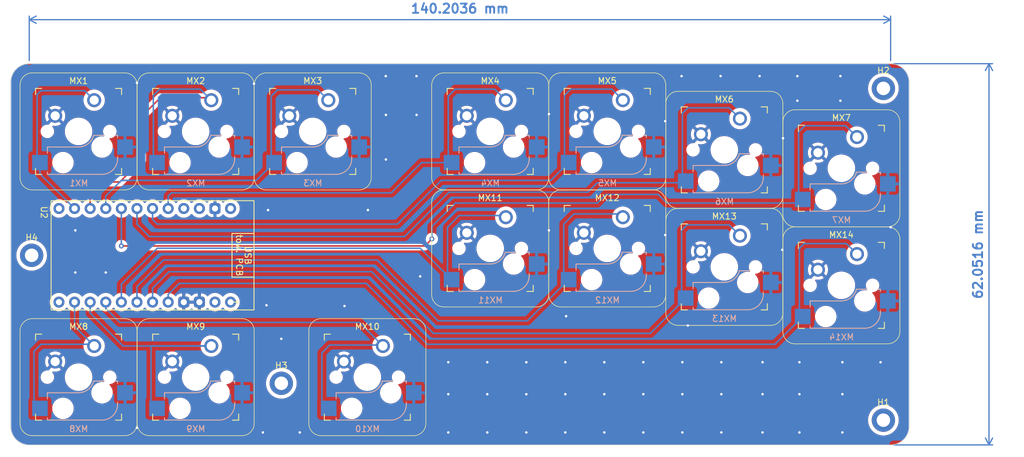
<source format=kicad_pcb>
(kicad_pcb (version 20221018) (generator pcbnew)
  (layers (0 "F.Cu" signal) (31 "B.Cu" signal) (34 "B.Paste" user) (35 "F.Paste" user) (36 "B.SilkS" user "B.Silkscreen") (37 "F.SilkS" user "F.Silkscreen") (38 "B.Mask" user) (39 "F.Mask" user) (44 "Edge.Cuts" user))
  (net 0 "")
  (net 1 "MX1")
  (net 2 "GND")
  (net 3 "MX2")
  (net 4 "MX3")
  (net 5 "MX4")
  (net 6 "MX5")
  (net 7 "MX7")
  (net 8 "MX8")
  (net 9 "MX9")
  (net 10 "MX10")
  (net 11 "MX11")
  (net 12 "MX12")
  (net 13 "MX13")
  (net 14 "MX14")
  (net 22 "MX6")
  (footprint "MountingHole:MountingHole_2.2mm_M2_DIN965_Pad" (layer "F.Cu") (at 78.359 74.168)
    (fp_text reference "H4" (at 0 -2.9) (layer "F.SilkS"))
    (fp_text value "MountingHole")
    (pad "1" thru_hole circle (at 0 0) (size 3.8 3.8) (drill 2.2) (layers "*.Cu" "*.Mask"))
  )
  (footprint "MountingHole:MountingHole_2.2mm_M2_DIN965_Pad" (layer "F.Cu") (at 217 47)
    (fp_text reference "H2" (at 0 -2.9) (layer "F.SilkS"))
    (fp_text value "MountingHole")
    (pad "1" thru_hole circle (at 0 0) (size 3.8 3.8) (drill 2.2) (layers "*.Cu" "*.Mask"))
  )
  (footprint "PCM_marbastlib-xp-promicroish:ProMicro_USBdn" (layer "F.Cu") (at 96.774 74.168 -90)
    (fp_text reference "U2" (at -7 16.4 -90 unlocked) (layer "F.SilkS"))
    (fp_text value "ProMicro")
    (fp_text user "USB" (at 0 -16.2 -90 unlocked) (layer "F.SilkS") (effects (justify bottom)))
    (fp_text user "tow. PCB" (at 0 -14.8 -90 unlocked) (layer "F.SilkS") (effects (justify bottom)))
    (fp_text user "1" (at 7.62 -15.17 90) (layer "F.SilkS") (effects (justify bottom)))
    (pad "1" thru_hole circle (at 7.62 -13.97 270) (size 1.8 1.8) (drill 1) (layers "*.Cu" "B.Mask"))
    (pad "2" thru_hole circle (at 7.62 -11.43 270) (size 1.8 1.8) (drill 1) (layers "*.Cu" "B.Mask"))
    (pad "3" thru_hole roundrect (at 7.62 -8.89 270) (size 1.8 1.8) (drill 1) (layers "*.Cu" "B.Mask") (net 2 "GND"))
    (pad "4" thru_hole roundrect (at 7.62 -6.35 270) (size 1.8 1.8) (drill 1) (layers "*.Cu" "B.Mask") (net 2 "GND"))
    (pad "5" thru_hole circle (at 7.62 -3.81 270) (size 1.8 1.8) (drill 1) (layers "*.Cu" "B.Mask") (net 14 "MX14"))
    (pad "6" thru_hole circle (at 7.62 -1.27 270) (size 1.8 1.8) (drill 1) (layers "*.Cu" "B.Mask") (net 13 "MX13"))
    (pad "7" thru_hole circle (at 7.62 1.27 270) (size 1.8 1.8) (drill 1) (layers "*.Cu" "B.Mask") (net 12 "MX12"))
    (pad "8" thru_hole circle (at 7.62 3.81 270) (size 1.8 1.8) (drill 1) (layers "*.Cu" "B.Mask") (net 11 "MX11"))
    (pad "9" thru_hole circle (at 7.62 6.35 270) (size 1.8 1.8) (drill 1) (layers "*.Cu" "B.Mask") (net 10 "MX10"))
    (pad "10" thru_hole circle (at 7.62 8.89 270) (size 1.8 1.8) (drill 1) (layers "*.Cu" "B.Mask") (net 9 "MX9"))
    (pad "11" thru_hole circle (at 7.62 11.43 270) (size 1.8 1.8) (drill 1) (layers "*.Cu" "B.Mask") (net 8 "MX8"))
    (pad "12" thru_hole circle (at 7.62 13.97 270) (size 1.8 1.8) (drill 1) (layers "*.Cu" "B.Mask"))
    (pad "13" thru_hole circle (at -7.62 -13.97 270) (size 1.8 1.8) (drill 1) (layers "*.Cu" "B.Mask"))
    (pad "14" thru_hole roundrect (at -7.62 -11.43 270) (size 1.8 1.8) (drill 1) (layers "*.Cu" "B.Mask") (net 2 "GND"))
    (pad "15" thru_hole circle (at -7.62 -8.89 270) (size 1.8 1.8) (drill 1) (layers "*.Cu" "B.Mask"))
    (pad "16" thru_hole circle (at -7.62 -6.35 270) (size 1.8 1.8) (drill 1) (layers "*.Cu" "B.Mask"))
    (pad "17" thru_hole circle (at -7.62 -3.81 270) (size 1.8 1.8) (drill 1) (layers "*.Cu" "B.Mask") (net 5 "MX4"))
    (pad "18" thru_hole circle (at -7.62 -1.27 270) (size 1.8 1.8) (drill 1) (layers "*.Cu" "B.Mask") (net 6 "MX5"))
    (pad "19" thru_hole circle (at -7.62 1.27 270) (size 1.8 1.8) (drill 1) (layers "*.Cu" "B.Mask") (net 22 "MX6"))
    (pad "20" thru_hole circle (at -7.62 3.81 270) (size 1.8 1.8) (drill 1) (layers "*.Cu" "B.Mask") (net 7 "MX7"))
    (pad "21" thru_hole circle (at -7.62 6.35 270) (size 1.8 1.8) (drill 1) (layers "*.Cu" "B.Mask") (net 4 "MX3"))
    (pad "22" thru_hole circle (at -7.62 8.89 270) (size 1.8 1.8) (drill 1) (layers "*.Cu" "B.Mask") (net 3 "MX2"))
    (pad "23" thru_hole circle (at -7.62 11.43 270) (size 1.8 1.8) (drill 1) (layers "*.Cu" "B.Mask") (net 1 "MX1"))
    (pad "24" thru_hole circle (at -7.62 13.97 270) (size 1.8 1.8) (drill 1) (layers "*.Cu" "B.Mask"))
  )
  (footprint "MountingHole:MountingHole_2.2mm_M2_DIN965_Pad" (layer "F.Cu") (at 119 95)
    (fp_text reference "H3" (at 0 -2.9) (layer "F.SilkS"))
    (fp_text value "MountingHole")
    (pad "1" thru_hole circle (at 0 0) (size 3.8 3.8) (drill 2.2) (layers "*.Cu" "*.Mask"))
  )
  (footprint "Fight Stick 2:MX_optional" (layer "F.Cu") (at 210.157835 79.050995)
    (fp_text reference "MX14" (at 0 -8.225) (layer "F.SilkS"))
    (fp_text value "MX_SW_HS")
    (fp_text user "${REFERENCE}" (at 0.025 8.425) (layer "B.SilkS") (effects (justify mirror)))
    (pad "" np_thru_hole circle (at -5.08 0) (size 1.7018 1.7018) (drill 1.7018) (layers "*.Cu" "*.Mask"))
    (pad "" np_thru_hole circle (at -2.54 5.08) (size 3 3) (drill 3) (layers "*.Cu" "*.Mask"))
    (pad "" np_thru_hole circle (at 0 0) (size 3.9878 3.9878) (drill 3.9878) (layers "*.Cu" "*.Mask"))
    (pad "" np_thru_hole circle (at 3.81 2.54) (size 3 3) (drill 3) (layers "*.Cu" "*.Mask"))
    (pad "" np_thru_hole circle (at 5.08 0) (size 1.7018 1.7018) (drill 1.7018) (layers "*.Cu" "*.Mask"))
    (pad "1" smd rect (at -6.29 5.08) (size 2.55 2.5) (layers "B.Cu" "B.Paste" "B.Mask") (net 14 "MX14"))
    (pad "1" thru_hole circle (at 2.54 -5.08) (size 2.286 2.286) (drill 1.4986) (layers "*.Cu" "*.Mask") (net 14 "MX14"))
    (pad "2" thru_hole circle (at -3.81 -2.54) (size 2.286 2.286) (drill 1.4986) (layers "*.Cu" "*.Mask") (net 2 "GND"))
    (pad "2" smd rect (at 7.56 2.54) (size 2.55 2.5) (layers "B.Cu" "B.Paste" "B.Mask") (net 2 "GND"))
  )
  (footprint "MountingHole:MountingHole_2.2mm_M2_DIN965_Pad" (layer "F.Cu") (at 217 101)
    (fp_text reference "H1" (at 0 -2.9) (layer "F.SilkS"))
    (fp_text value "MountingHole")
    (pad "1" thru_hole circle (at 0 0) (size 3.8 3.8) (drill 2.2) (layers "*.Cu" "*.Mask"))
  )
  (footprint "Fight Stick 2:MX_optional" (layer "F.Cu") (at 191.10569 57)
    (fp_text reference "MX6" (at 0 -8.225) (layer "F.SilkS"))
    (fp_text value "MX_SW_HS")
    (fp_text user "${REFERENCE}" (at 0.025 8.425) (layer "B.SilkS") (effects (justify mirror)))
    (pad "" np_thru_hole circle (at -5.08 0) (size 1.7018 1.7018) (drill 1.7018) (layers "*.Cu" "*.Mask"))
    (pad "" np_thru_hole circle (at -2.54 5.08) (size 3 3) (drill 3) (layers "*.Cu" "*.Mask"))
    (pad "" np_thru_hole circle (at 0 0) (size 3.9878 3.9878) (drill 3.9878) (layers "*.Cu" "*.Mask"))
    (pad "" np_thru_hole circle (at 3.81 2.54) (size 3 3) (drill 3) (layers "*.Cu" "*.Mask"))
    (pad "" np_thru_hole circle (at 5.08 0) (size 1.7018 1.7018) (drill 1.7018) (layers "*.Cu" "*.Mask"))
    (pad "1" smd rect (at -6.29 5.08) (size 2.55 2.5) (layers "B.Cu" "B.Paste" "B.Mask") (net 22 "MX6"))
    (pad "1" thru_hole circle (at 2.54 -5.08) (size 2.286 2.286) (drill 1.4986) (layers "*.Cu" "*.Mask") (net 22 "MX6"))
    (pad "2" thru_hole circle (at -3.81 -2.54) (size 2.286 2.286) (drill 1.4986) (layers "*.Cu" "*.Mask") (net 2 "GND"))
    (pad "2" smd rect (at 7.56 2.54) (size 2.55 2.5) (layers "B.Cu" "B.Paste" "B.Mask") (net 2 "GND"))
  )
  (footprint "Fight Stick 2:MX_optional" (layer "F.Cu") (at 172.053545 53.990872)
    (fp_text reference "MX5" (at 0 -8.225) (layer "F.SilkS"))
    (fp_text value "MX_SW_HS")
    (fp_text user "${REFERENCE}" (at 0.025 8.425) (layer "B.SilkS") (effects (justify mirror)))
    (pad "" np_thru_hole circle (at -5.08 0) (size 1.7018 1.7018) (drill 1.7018) (layers "*.Cu" "*.Mask"))
    (pad "" np_thru_hole circle (at -2.54 5.08) (size 3 3) (drill 3) (layers "*.Cu" "*.Mask"))
    (pad "" np_thru_hole circle (at 0 0) (size 3.9878 3.9878) (drill 3.9878) (layers "*.Cu" "*.Mask"))
    (pad "" np_thru_hole circle (at 3.81 2.54) (size 3 3) (drill 3) (layers "*.Cu" "*.Mask"))
    (pad "" np_thru_hole circle (at 5.08 0) (size 1.7018 1.7018) (drill 1.7018) (layers "*.Cu" "*.Mask"))
    (pad "1" smd rect (at -6.29 5.08) (size 2.55 2.5) (layers "B.Cu" "B.Paste" "B.Mask") (net 6 "MX5"))
    (pad "1" thru_hole circle (at 2.54 -5.08) (size 2.286 2.286) (drill 1.4986) (layers "*.Cu" "*.Mask") (net 6 "MX5"))
    (pad "2" thru_hole circle (at -3.81 -2.54) (size 2.286 2.286) (drill 1.4986) (layers "*.Cu" "*.Mask") (net 2 "GND"))
    (pad "2" smd rect (at 7.56 2.54) (size 2.55 2.5) (layers "B.Cu" "B.Paste" "B.Mask") (net 2 "GND"))
  )
  (footprint "Fight Stick 2:MX_optional" (layer "F.Cu") (at 210.157835 60)
    (fp_text reference "MX7" (at 0 -8.225) (layer "F.SilkS"))
    (fp_text value "MX_SW_HS")
    (fp_text user "${REFERENCE}" (at 0.025 8.425) (layer "B.SilkS") (effects (justify mirror)))
    (pad "" np_thru_hole circle (at -5.08 0) (size 1.7018 1.7018) (drill 1.7018) (layers "*.Cu" "*.Mask"))
    (pad "" np_thru_hole circle (at -2.54 5.08) (size 3 3) (drill 3) (layers "*.Cu" "*.Mask"))
    (pad "" np_thru_hole circle (at 0 0) (size 3.9878 3.9878) (drill 3.9878) (layers "*.Cu" "*.Mask"))
    (pad "" np_thru_hole circle (at 3.81 2.54) (size 3 3) (drill 3) (layers "*.Cu" "*.Mask"))
    (pad "" np_thru_hole circle (at 5.08 0) (size 1.7018 1.7018) (drill 1.7018) (layers "*.Cu" "*.Mask"))
    (pad "1" smd rect (at -6.29 5.08) (size 2.55 2.5) (layers "B.Cu" "B.Paste" "B.Mask") (net 7 "MX7"))
    (pad "1" thru_hole circle (at 2.54 -5.08) (size 2.286 2.286) (drill 1.4986) (layers "*.Cu" "*.Mask") (net 7 "MX7"))
    (pad "2" thru_hole circle (at -3.81 -2.54) (size 2.286 2.286) (drill 1.4986) (layers "*.Cu" "*.Mask") (net 2 "GND"))
    (pad "2" smd rect (at 7.56 2.54) (size 2.55 2.5) (layers "B.Cu" "B.Paste" "B.Mask") (net 2 "GND"))
  )
  (footprint "Fight Stick 2:MX_optional" (layer "F.Cu") (at 86 54)
    (fp_text reference "MX1" (at 0 -8.225) (layer "F.SilkS"))
    (fp_text value "MX_SW_HS")
    (fp_text user "${REFERENCE}" (at 0.025 8.425) (layer "B.SilkS") (effects (justify mirror)))
    (pad "" np_thru_hole circle (at -5.08 0) (size 1.7018 1.7018) (drill 1.7018) (layers "*.Cu" "*.Mask"))
    (pad "" np_thru_hole circle (at -2.54 5.08) (size 3 3) (drill 3) (layers "*.Cu" "*.Mask"))
    (pad "" np_thru_hole circle (at 0 0) (size 3.9878 3.9878) (drill 3.9878) (layers "*.Cu" "*.Mask"))
    (pad "" np_thru_hole circle (at 3.81 2.54) (size 3 3) (drill 3) (layers "*.Cu" "*.Mask"))
    (pad "" np_thru_hole circle (at 5.08 0) (size 1.7018 1.7018) (drill 1.7018) (layers "*.Cu" "*.Mask"))
    (pad "1" smd rect (at -6.29 5.08) (size 2.55 2.5) (layers "B.Cu" "B.Paste" "B.Mask") (net 1 "MX1"))
    (pad "1" thru_hole circle (at 2.54 -5.08) (size 2.286 2.286) (drill 1.4986) (layers "*.Cu" "*.Mask") (net 1 "MX1"))
    (pad "2" thru_hole circle (at -3.81 -2.54) (size 2.286 2.286) (drill 1.4986) (layers "*.Cu" "*.Mask") (net 2 "GND"))
    (pad "2" smd rect (at 7.56 2.54) (size 2.55 2.5) (layers "B.Cu" "B.Paste" "B.Mask") (net 2 "GND"))
  )
  (footprint "Fight Stick 2:MX_optional" (layer "F.Cu") (at 124.110687 54)
    (fp_text reference "MX3" (at 0 -8.225) (layer "F.SilkS"))
    (fp_text value "MX_SW_HS")
    (fp_text user "${REFERENCE}" (at 0.025 8.425) (layer "B.SilkS") (effects (justify mirror)))
    (pad "" np_thru_hole circle (at -5.08 0) (size 1.7018 1.7018) (drill 1.7018) (layers "*.Cu" "*.Mask"))
    (pad "" np_thru_hole circle (at -2.54 5.08) (size 3 3) (drill 3) (layers "*.Cu" "*.Mask"))
    (pad "" np_thru_hole circle (at 0 0) (size 3.9878 3.9878) (drill 3.9878) (layers "*.Cu" "*.Mask"))
    (pad "" np_thru_hole circle (at 3.81 2.54) (size 3 3) (drill 3) (layers "*.Cu" "*.Mask"))
    (pad "" np_thru_hole circle (at 5.08 0) (size 1.7018 1.7018) (drill 1.7018) (layers "*.Cu" "*.Mask"))
    (pad "1" smd rect (at -6.29 5.08) (size 2.55 2.5) (layers "B.Cu" "B.Paste" "B.Mask") (net 4 "MX3"))
    (pad "1" thru_hole circle (at 2.54 -5.08) (size 2.286 2.286) (drill 1.4986) (layers "*.Cu" "*.Mask") (net 4 "MX3"))
    (pad "2" thru_hole circle (at -3.81 -2.54) (size 2.286 2.286) (drill 1.4986) (layers "*.Cu" "*.Mask") (net 2 "GND"))
    (pad "2" smd rect (at 7.56 2.54) (size 2.55 2.5) (layers "B.Cu" "B.Paste" "B.Mask") (net 2 "GND"))
  )
  (footprint "Fight Stick 2:MX_optional" (layer "F.Cu") (at 153 73.043303)
    (fp_text reference "MX11" (at 0 -8.225) (layer "F.SilkS"))
    (fp_text value "MX_SW_HS")
    (fp_text user "${REFERENCE}" (at 0.025 8.425) (layer "B.SilkS") (effects (justify mirror)))
    (pad "" np_thru_hole circle (at -5.08 0) (size 1.7018 1.7018) (drill 1.7018) (layers "*.Cu" "*.Mask"))
    (pad "" np_thru_hole circle (at -2.54 5.08) (size 3 3) (drill 3) (layers "*.Cu" "*.Mask"))
    (pad "" np_thru_hole circle (at 0 0) (size 3.9878 3.9878) (drill 3.9878) (layers "*.Cu" "*.Mask"))
    (pad "" np_thru_hole circle (at 3.81 2.54) (size 3 3) (drill 3) (layers "*.Cu" "*.Mask"))
    (pad "" np_thru_hole circle (at 5.08 0) (size 1.7018 1.7018) (drill 1.7018) (layers "*.Cu" "*.Mask"))
    (pad "1" smd rect (at -6.29 5.08) (size 2.55 2.5) (layers "B.Cu" "B.Paste" "B.Mask") (net 11 "MX11"))
    (pad "1" thru_hole circle (at 2.54 -5.08) (size 2.286 2.286) (drill 1.4986) (layers "*.Cu" "*.Mask") (net 11 "MX11"))
    (pad "2" thru_hole circle (at -3.81 -2.54) (size 2.286 2.286) (drill 1.4986) (layers "*.Cu" "*.Mask") (net 2 "GND"))
    (pad "2" smd rect (at 7.56 2.54) (size 2.55 2.5) (layers "B.Cu" "B.Paste" "B.Mask") (net 2 "GND"))
  )
  (footprint "Fight Stick 2:MX_optional" (layer "F.Cu") (at 133 94)
    (fp_text reference "MX10" (at 0 -8.225) (layer "F.SilkS"))
    (fp_text value "MX_SW_HS")
    (fp_text user "${REFERENCE}" (at 0.025 8.425) (layer "B.SilkS") (effects (justify mirror)))
    (pad "" np_thru_hole circle (at -5.08 0) (size 1.7018 1.7018) (drill 1.7018) (layers "*.Cu" "*.Mask"))
    (pad "" np_thru_hole circle (at -2.54 5.08) (size 3 3) (drill 3) (layers "*.Cu" "*.Mask"))
    (pad "" np_thru_hole circle (at 0 0) (size 3.9878 3.9878) (drill 3.9878) (layers "*.Cu" "*.Mask"))
    (pad "" np_thru_hole circle (at 3.81 2.54) (size 3 3) (drill 3) (layers "*.Cu" "*.Mask"))
    (pad "" np_thru_hole circle (at 5.08 0) (size 1.7018 1.7018) (drill 1.7018) (layers "*.Cu" "*.Mask"))
    (pad "1" smd rect (at -6.29 5.08) (size 2.55 2.5) (layers "B.Cu" "B.Paste" "B.Mask") (net 10 "MX10"))
    (pad "1" thru_hole circle (at 2.54 -5.08) (size 2.286 2.286) (drill 1.4986) (layers "*.Cu" "*.Mask") (net 10 "MX10"))
    (pad "2" thru_hole circle (at -3.81 -2.54) (size 2.286 2.286) (drill 1.4986) (layers "*.Cu" "*.Mask") (net 2 "GND"))
    (pad "2" smd rect (at 7.56 2.54) (size 2.55 2.5) (layers "B.Cu" "B.Paste" "B.Mask") (net 2 "GND"))
  )
  (footprint "Fight Stick 2:MX_optional" (layer "F.Cu") (at 172.053545 73.043017)
    (fp_text reference "MX12" (at 0 -8.225) (layer "F.SilkS"))
    (fp_text value "MX_SW_HS")
    (fp_text user "${REFERENCE}" (at 0.025 8.425) (layer "B.SilkS") (effects (justify mirror)))
    (pad "" np_thru_hole circle (at -5.08 0) (size 1.7018 1.7018) (drill 1.7018) (layers "*.Cu" "*.Mask"))
    (pad "" np_thru_hole circle (at -2.54 5.08) (size 3 3) (drill 3) (layers "*.Cu" "*.Mask"))
    (pad "" np_thru_hole circle (at 0 0) (size 3.9878 3.9878) (drill 3.9878) (layers "*.Cu" "*.Mask"))
    (pad "" np_thru_hole circle (at 3.81 2.54) (size 3 3) (drill 3) (layers "*.Cu" "*.Mask"))
    (pad "" np_thru_hole circle (at 5.08 0) (size 1.7018 1.7018) (drill 1.7018) (layers "*.Cu" "*.Mask"))
    (pad "1" smd rect (at -6.29 5.08) (size 2.55 2.5) (layers "B.Cu" "B.Paste" "B.Mask") (net 12 "MX12"))
    (pad "1" thru_hole circle (at 2.54 -5.08) (size 2.286 2.286) (drill 1.4986) (layers "*.Cu" "*.Mask") (net 12 "MX12"))
    (pad "2" thru_hole circle (at -3.81 -2.54) (size 2.286 2.286) (drill 1.4986) (layers "*.Cu" "*.Mask") (net 2 "GND"))
    (pad "2" smd rect (at 7.56 2.54) (size 2.55 2.5) (layers "B.Cu" "B.Paste" "B.Mask") (net 2 "GND"))
  )
  (footprint "Fight Stick 2:MX_optional" (layer "F.Cu") (at 86 94)
    (fp_text reference "MX8" (at 0 -8.225) (layer "F.SilkS"))
    (fp_text value "MX_SW_HS")
    (fp_text user "${REFERENCE}" (at 0.025 8.425) (layer "B.SilkS") (effects (justify mirror)))
    (pad "" np_thru_hole circle (at -5.08 0) (size 1.7018 1.7018) (drill 1.7018) (layers "*.Cu" "*.Mask"))
    (pad "" np_thru_hole circle (at -2.54 5.08) (size 3 3) (drill 3) (layers "*.Cu" "*.Mask"))
    (pad "" np_thru_hole circle (at 0 0) (size 3.9878 3.9878) (drill 3.9878) (layers "*.Cu" "*.Mask"))
    (pad "" np_thru_hole circle (at 3.81 2.54) (size 3 3) (drill 3) (layers "*.Cu" "*.Mask"))
    (pad "" np_thru_hole circle (at 5.08 0) (size 1.7018 1.7018) (drill 1.7018) (layers "*.Cu" "*.Mask"))
    (pad "1" smd rect (at -6.29 5.08) (size 2.55 2.5) (layers "B.Cu" "B.Paste" "B.Mask") (net 8 "MX8"))
    (pad "1" thru_hole circle (at 2.54 -5.08) (size 2.286 2.286) (drill 1.4986) (layers "*.Cu" "*.Mask") (net 8 "MX8"))
    (pad "2" thru_hole circle (at -3.81 -2.54) (size 2.286 2.286) (drill 1.4986) (layers "*.Cu" "*.Mask") (net 2 "GND"))
    (pad "2" smd rect (at 7.56 2.54) (size 2.55 2.5) (layers "B.Cu" "B.Paste" "B.Mask") (net 2 "GND"))
  )
  (footprint "Fight Stick 2:MX_optional" (layer "F.Cu") (at 105.058542 94)
    (fp_text reference "MX9" (at 0 -8.225) (layer "F.SilkS"))
    (fp_text value "MX_SW_HS")
    (fp_text user "${REFERENCE}" (at 0.025 8.425) (layer "B.SilkS") (effects (justify mirror)))
    (pad "" np_thru_hole circle (at -5.08 0) (size 1.7018 1.7018) (drill 1.7018) (layers "*.Cu" "*.Mask"))
    (pad "" np_thru_hole circle (at -2.54 5.08) (size 3 3) (drill 3) (layers "*.Cu" "*.Mask"))
    (pad "" np_thru_hole circle (at 0 0) (size 3.9878 3.9878) (drill 3.9878) (layers "*.Cu" "*.Mask"))
    (pad "" np_thru_hole circle (at 3.81 2.54) (size 3 3) (drill 3) (layers "*.Cu" "*.Mask"))
    (pad "" np_thru_hole circle (at 5.08 0) (size 1.7018 1.7018) (drill 1.7018) (layers "*.Cu" "*.Mask"))
    (pad "1" smd rect (at -6.29 5.08) (size 2.55 2.5) (layers "B.Cu" "B.Paste" "B.Mask") (net 9 "MX9"))
    (pad "1" thru_hole circle (at 2.54 -5.08) (size 2.286 2.286) (drill 1.4986) (layers "*.Cu" "*.Mask") (net 9 "MX9"))
    (pad "2" thru_hole circle (at -3.81 -2.54) (size 2.286 2.286) (drill 1.4986) (layers "*.Cu" "*.Mask") (net 2 "GND"))
    (pad "2" smd rect (at 7.56 2.54) (size 2.55 2.5) (layers "B.Cu" "B.Paste" "B.Mask") (net 2 "GND"))
  )
  (footprint "Fight Stick 2:MX_optional" (layer "F.Cu") (at 105.058542 54)
    (fp_text reference "MX2" (at 0 -8.225) (layer "F.SilkS"))
    (fp_text value "MX_SW_HS")
    (fp_text user "${REFERENCE}" (at 0.025 8.425) (layer "B.SilkS") (effects (justify mirror)))
    (pad "" np_thru_hole circle (at -5.08 0) (size 1.7018 1.7018) (drill 1.7018) (layers "*.Cu" "*.Mask"))
    (pad "" np_thru_hole circle (at -2.54 5.08) (size 3 3) (drill 3) (layers "*.Cu" "*.Mask"))
    (pad "" np_thru_hole circle (at 0 0) (size 3.9878 3.9878) (drill 3.9878) (layers "*.Cu" "*.Mask"))
    (pad "" np_thru_hole circle (at 3.81 2.54) (size 3 3) (drill 3) (layers "*.Cu" "*.Mask"))
    (pad "" np_thru_hole circle (at 5.08 0) (size 1.7018 1.7018) (drill 1.7018) (layers "*.Cu" "*.Mask"))
    (pad "1" smd rect (at -6.29 5.08) (size 2.55 2.5) (layers "B.Cu" "B.Paste" "B.Mask") (net 3 "MX2"))
    (pad "1" thru_hole circle (at 2.54 -5.08) (size 2.286 2.286) (drill 1.4986) (layers "*.Cu" "*.Mask") (net 3 "MX2"))
    (pad "2" thru_hole circle (at -3.81 -2.54) (size 2.286 2.286) (drill 1.4986) (layers "*.Cu" "*.Mask") (net 2 "GND"))
    (pad "2" smd rect (at 7.56 2.54) (size 2.55 2.5) (layers "B.Cu" "B.Paste" "B.Mask") (net 2 "GND"))
  )
  (footprint "Fight Stick 2:MX_optional" (layer "F.Cu") (at 153 54)
    (fp_text reference "MX4" (at 0 -8.225) (layer "F.SilkS"))
    (fp_text value "MX_SW_HS")
    (fp_text user "${REFERENCE}" (at 0.025 8.425) (layer "B.SilkS") (effects (justify mirror)))
    (pad "" np_thru_hole circle (at -5.08 0) (size 1.7018 1.7018) (drill 1.7018) (layers "*.Cu" "*.Mask"))
    (pad "" np_thru_hole circle (at -2.54 5.08) (size 3 3) (drill 3) (layers "*.Cu" "*.Mask"))
    (pad "" np_thru_hole circle (at 0 0) (size 3.9878 3.9878) (drill 3.9878) (layers "*.Cu" "*.Mask"))
    (pad "" np_thru_hole circle (at 3.81 2.54) (size 3 3) (drill 3) (layers "*.Cu" "*.Mask"))
    (pad "" np_thru_hole circle (at 5.08 0) (size 1.7018 1.7018) (drill 1.7018) (layers "*.Cu" "*.Mask"))
    (pad "1" smd rect (at -6.29 5.08) (size 2.55 2.5) (layers "B.Cu" "B.Paste" "B.Mask") (net 5 "MX4"))
    (pad "1" thru_hole circle (at 2.54 -5.08) (size 2.286 2.286) (drill 1.4986) (layers "*.Cu" "*.Mask") (net 5 "MX4"))
    (pad "2" thru_hole circle (at -3.81 -2.54) (size 2.286 2.286) (drill 1.4986) (layers "*.Cu" "*.Mask") (net 2 "GND"))
    (pad "2" smd rect (at 7.56 2.54) (size 2.55 2.5) (layers "B.Cu" "B.Paste" "B.Mask") (net 2 "GND"))
  )
  (footprint "Fight Stick 2:MX_optional" (layer "F.Cu") (at 191.10569 76.047006)
    (fp_text reference "MX13" (at 0 -8.225) (layer "F.SilkS"))
    (fp_text value "MX_SW_HS")
    (fp_text user "${REFERENCE}" (at 0.025 8.425) (layer "B.SilkS") (effects (justify mirror)))
    (pad "" np_thru_hole circle (at -5.08 0) (size 1.7018 1.7018) (drill 1.7018) (layers "*.Cu" "*.Mask"))
    (pad "" np_thru_hole circle (at -2.54 5.08) (size 3 3) (drill 3) (layers "*.Cu" "*.Mask"))
    (pad "" np_thru_hole circle (at 0 0) (size 3.9878 3.9878) (drill 3.9878) (layers "*.Cu" "*.Mask"))
    (pad "" np_thru_hole circle (at 3.81 2.54) (size 3 3) (drill 3) (layers "*.Cu" "*.Mask"))
    (pad "" np_thru_hole circle (at 5.08 0) (size 1.7018 1.7018) (drill 1.7018) (layers "*.Cu" "*.Mask"))
    (pad "1" smd rect (at -6.29 5.08) (size 2.55 2.5) (layers "B.Cu" "B.Paste" "B.Mask") (net 13 "MX13"))
    (pad "1" thru_hole circle (at 2.54 -5.08) (size 2.286 2.286) (drill 1.4986) (layers "*.Cu" "*.Mask") (net 13 "MX13"))
    (pad "2" thru_hole circle (at -3.81 -2.54) (size 2.286 2.286) (drill 1.4986) (layers "*.Cu" "*.Mask") (net 2 "GND"))
    (pad "2" smd rect (at 7.56 2.54) (size 2.55 2.5) (layers "B.Cu" "B.Paste" "B.Mask") (net 2 "GND"))
  )
  (gr_arc (start 77.970673 105.026735) (mid 75.849358 104.148048) (end 74.970673 102.026735) (stroke (width 0.1)) (layer "Edge.Cuts"))
  (gr_line (start 218.174256 105.026735) (end 77.970673 105.026735) (stroke (width 0.1)) (layer "Edge.Cuts"))
  (gr_arc (start 218.174256 42.975166) (mid 220.295576 43.853846) (end 221.174256 45.975166) (stroke (width 0.1)) (layer "Edge.Cuts"))
  (gr_line (start 221.174256 45.975166) (end 221.174256 102.026735) (stroke (width 0.1)) (layer "Edge.Cuts"))
  (gr_arc (start 74.970673 45.975166) (mid 75.849353 43.853846) (end 77.970673 42.975166) (stroke (width 0.1)) (layer "Edge.Cuts"))
  (gr_line (start 74.970673 102.026735) (end 74.970673 45.975166) (stroke (width 0.1)) (layer "Edge.Cuts"))
  (gr_line (start 77.970673 42.975166) (end 218.174256 42.975166) (stroke (width 0.1)) (layer "Edge.Cuts"))
  (gr_arc (start 221.174256 102.026735) (mid 220.295561 104.148017) (end 218.174256 105.026735) (stroke (width 0.1)) (layer "Edge.Cuts"))
  (dimension (type orthogonal) (layer "B.Cu") (pts (xy 218.174256 42.975166) (xy 218.174256 105.026735)) (height 16.013744) (orientation 1) (gr_text "62.0516 mm" (at 232.388 74.000951 90) (layer "B.Cu") (effects (font (size 1.5 1.5) (thickness 0.3)))) (format (prefix "") (suffix "") (units 3) (units_format 1) (precision 4)) (style (thickness 0.2) (arrow_length 1.27) (text_position_mode 0) (extension_height 0.58642) (extension_offset 0.5) keep_text_aligned))
  (dimension (type orthogonal) (layer "B.Cu") (pts (xy 218.174256 42.975166) (xy 77.970673 42.975166)) (height -7.161166) (orientation 0) (gr_text "140.2036 mm" (at 148.072464 34.014) (layer "B.Cu") (effects (font (size 1.5 1.5) (thickness 0.3)))) (format (prefix "") (suffix "") (units 3) (units_format 1) (precision 4)) (style (thickness 0.2) (arrow_length 1.27) (text_position_mode 0) (extension_height 0.58642) (extension_offset 0.5) keep_text_aligned))
  (segment (start 85.344 66.548) (end 79.71 60.914) (width 0.25) (layer "B.Cu") (net 1))
  (segment (start 79.248 48.006) (end 79.883 47.371) (width 0.25) (layer "B.Cu") (net 1))
  (segment (start 79.883 47.371) (end 86.991 47.371) (width 0.25) (layer "B.Cu") (net 1))
  (segment (start 86.991 47.371) (end 88.54 48.92) (width 0.25) (layer "B.Cu") (net 1))
  (segment (start 79.71 59.08) (end 79.248 58.618) (width 0.25) (layer "B.Cu") (net 1))
  (segment (start 79.71 60.914) (end 79.71 59.08) (width 0.25) (layer "B.Cu") (net 1))
  (segment (start 79.248 58.618) (end 79.248 48.006) (width 0.25) (layer "B.Cu") (net 1))
  (via (at 185.166 85.598) (size 0.8) (drill 0.4) (layers "F.Cu" "B.Cu") (net 2))
  (via (at 95.504 46.101) (size 0.8) (drill 0.4) (layers "F.Cu" "B.Cu") (net 2))
  (via (at 210.327 102.997) (size 0.8) (drill 0.4) (layers "F.Cu" "B.Cu") (net 2))
  (via (at 158.877 102.997) (size 0.8) (drill 0.4) (layers "F.Cu" "B.Cu") (net 2))
  (via (at 181.483 52.324) (size 0.8) (drill 0.4) (layers "F.Cu" "B.Cu") (net 2))
  (via (at 177.927 91.567) (size 0.8) (drill 0.4) (layers "F.Cu" "B.Cu") (net 2))
  (via (at 141.0208 51.308) (size 0.8) (drill 0.4) (layers "F.Cu" "B.Cu") (net 2))
  (via (at 95.504 102.235) (size 0.8) (drill 0.4) (layers "F.Cu" "B.Cu") (net 2))
  (via (at 181.483 70.866) (size 0.8) (drill 0.4) (layers "F.Cu" "B.Cu") (net 2))
  (via (at 146.177 96.774) (size 0.8) (drill 0.4) (layers "F.Cu" "B.Cu") (net 2))
  (via (at 203 49) (size 0.8) (drill 0.4) (layers "F.Cu" "B.Cu") (net 2))
  (via (at 184.15 45) (size 0.8) (drill 0.4) (layers "F.Cu" "B.Cu") (net 2))
  (via (at 152.527 96.774) (size 0.8) (drill 0.4) (layers "F.Cu" "B.Cu") (net 2))
  (via (at 165.227 91.567) (size 0.8) (drill 0.4) (layers "F.Cu" "B.Cu") (net 2))
  (via (at 116 103) (size 0.8) (drill 0.4) (layers "F.Cu" "B.Cu") (net 2))
  (via (at 146.177 102.997) (size 0.8) (drill 0.4) (layers "F.Cu" "B.Cu") (net 2))
  (via (at 190.627 102.997) (size 0.8) (drill 0.4) (layers "F.Cu" "B.Cu") (net 2))
  (via (at 146.177 91.567) (size 0.8) (drill 0.4) (layers "F.Cu" "B.Cu") (net 2))
  (via (at 203.327 91.567) (size 0.8) (drill 0.4) (layers "F.Cu" "B.Cu") (net 2))
  (via (at 190.5 45) (size 0.8) (drill 0.4) (layers "F.Cu" "B.Cu") (net 2))
  (via (at 197.327 96.774) (size 0.8) (drill 0.4) (layers "F.Cu" "B.Cu") (net 2))
  (via (at 184.277 91.567) (size 0.8) (drill 0.4) (layers "F.Cu" "B.Cu") (net 2))
  (via (at 203.327 102.997) (size 0.8) (drill 0.4) (layers "F.Cu" "B.Cu") (net 2))
  (via (at 158.877 91.567) (size 0.8) (drill 0.4) (layers "F.Cu" "B.Cu") (net 2))
  (via (at 141.605 77.597) (size 0.8) (drill 0.4) (layers "F.Cu" "B.Cu") (net 2))
  (via (at 141 45) (size 0.8) (drill 0.4) (layers "F.Cu" "B.Cu") (net 2))
  (via (at 197.327 91.567) (size 0.8) (drill 0.4) (layers "F.Cu" "B.Cu") (net 2))
  (via (at 171.577 91.567) (size 0.8) (drill 0.4) (layers "F.Cu" "B.Cu") (net 2))
  (via (at 116.586 82.296) (size 0.8) (drill 0.4) (layers "F.Cu" "B.Cu") (net 2))
  (via (at 129.286 82.423) (size 0.8) (drill 0.4) (layers "F.Cu" "B.Cu") (net 2))
  (via (at 165.227 102.997) (size 0.8) (drill 0.4) (layers "F.Cu" "B.Cu") (net 2))
  (via (at 136.0208 51.308) (size 0.8) (drill 0.4) (layers "F.Cu" "B.Cu") (net 2))
  (via (at 200.533 73.279) (size 0.8) (drill 0.4) (layers "F.Cu" "B.Cu") (net 2))
  (via (at 165.227 96.774) (size 0.8) (drill 0.4) (layers "F.Cu" "B.Cu") (net 2))
  (via (at 90.424 76.962) (size 0.8) (drill 0.4) (layers "F.Cu" "B.Cu") (net 2))
  (via (at 118.999 87.757) (size 0.8) (drill 0.4) (layers "F.Cu" "B.Cu") (net 2))
  (via (at 162.56 70.104) (size 0.8) (drill 0.4) (layers "F.Cu" "B.Cu") (net 2))
  (via (at 85.471 70.104) (size 0.8) (drill 0.4) (layers "F.Cu" "B.Cu") (net 2))
  (via (at 162.56 51.181) (size 0.8) (drill 0.4) (layers "F.Cu" "B.Cu") (net 2))
  (via (at 196.85 45) (size 0.8) (drill 0.4) (layers "F.Cu" "B.Cu") (net 2))
  (via (at 184.277 102.997) (size 0.8) (drill 0.4) (layers "F.Cu" "B.Cu") (net 2))
  (via (at 190.627 91.567) (size 0.8) (drill 0.4) (layers "F.Cu" "B.Cu") (net 2))
  (via (at 136.0208 58.5724) (size 0.8) (drill 0.4) (layers "F.Cu" "B.Cu") (net 2))
  (via (at 171.577 96.774) (size 0.8) (drill 0.4) (layers "F.Cu" "B.Cu") (net 2))
  (via (at 152.527 102.997) (size 0.8) (drill 0.4) (layers "F.Cu" "B.Cu") (net 2))
  (via (at 165.354 84.074) (size 0.8) (drill 0.4) (layers "F.Cu" "B.Cu") (net 2))
  (via (at 177.927 102.997) (size 0.8) (drill 0.4) (layers "F.Cu" "B.Cu") (net 2))
  (via (at 190.627 96.774) (size 0.8) (drill 0.4) (layers "F.Cu" "B.Cu") (net 2))
  (via (at 171.577 102.997) (size 0.8) (drill 0.4) (layers "F.Cu" "B.Cu") (net 2))
  (via (at 203 45) (size 0.8) (drill 0.4) (layers "F.Cu" "B.Cu") (net 2))
  (via (at 210.327 91.567) (size 0.8) (drill 0.4) (layers "F.Cu" "B.Cu") (net 2))
  (via (at 116.84 66.802) (size 0.8) (drill 0.4) (layers "F.Cu" "B.Cu") (net 2))
  (via (at 216.535 91.567) (size 0.8) (drill 0.4) (layers "F.Cu" "B.Cu") (net 2))
  (via (at 210.327 96.774) (size 0.8) (drill 0.4) (layers "F.Cu" "B.Cu") (net 2))
  (via (at 197.327 102.997) (size 0.8) (drill 0.4) (layers "F.Cu" "B.Cu") (net 2))
  (via (at 136 45) (size 0.8) (drill 0.4) (layers "F.Cu" "B.Cu") (net 2))
  (via (at 85.471 76.962) (size 0.8) (drill 0.4) (layers "F.Cu" "B.Cu") (net 2))
  (via (at 152.527 91.567) (size 0.8) (drill 0.4) (layers "F.Cu" "B.Cu") (net 2))
  (via (at 218.186 69.596) (size 0.8) (drill 0.4) (layers "F.Cu" "B.Cu") (net 2))
  (via (at 210 49) (size 0.8) (drill 0.4) (layers "F.Cu" "B.Cu") (net 2))
  (via (at 122 103) (size 0.8) (drill 0.4) (layers "F.Cu" "B.Cu") (net 2))
  (via (at 184.277 96.774) (size 0.8) (drill 0.4) (layers "F.Cu" "B.Cu") (net 2))
  (via (at 114.554 46.228) (size 0.8) (drill 0.4) (layers "F.Cu" "B.Cu") (net 2))
  (via (at 133.096 66.802) (size 0.8) (drill 0.4) (layers "F.Cu" "B.Cu") (net 2))
  (via (at 158.877 96.774) (size 0.8) (drill 0.4) (layers "F.Cu" "B.Cu") (net 2))
  (via (at 210 45) (size 0.8) (drill 0.4) (layers "F.Cu" "B.Cu") (net 2))
  (via (at 200.66 55.118) (size 0.8) (drill 0.4) (layers "F.Cu" "B.Cu") (net 2))
  (via (at 177.927 96.774) (size 0.8) (drill 0.4) (layers "F.Cu" "B.Cu") (net 2))
  (via (at 203.327 96.774) (size 0.8) (drill 0.4) (layers "F.Cu" "B.Cu") (net 2))
  (segment (start 87.884 63.754) (end 89.408 62.23) (width 0.25) (layer "F.Cu") (net 3))
  (segment (start 96.266 51.562) (end 99.314 48.514) (width 0.25) (layer "F.Cu") (net 3))
  (segment (start 87.884 66.548) (end 87.884 63.754) (width 0.25) (layer "F.Cu") (net 3))
  (segment (start 89.408 62.23) (end 92.71 62.23) (width 0.25) (layer "F.Cu") (net 3))
  (segment (start 92.71 62.23) (end 96.266 58.674) (width 0.25) (layer "F.Cu") (net 3))
  (segment (start 107.192542 48.514) (end 107.598542 48.92) (width 0.25) (layer "F.Cu") (net 3))
  (segment (start 99.314 48.514) (end 107.192542 48.514) (width 0.25) (layer "F.Cu") (net 3))
  (segment (start 96.266 58.674) (end 96.266 51.562) (width 0.25) (layer "F.Cu") (net 3))
  (segment (start 98.171 58.482458) (end 98.171 48.133) (width 0.25) (layer "B.Cu") (net 3))
  (segment (start 105.795542 47.117) (end 107.598542 48.92) (width 0.25) (layer "B.Cu") (net 3))
  (segment (start 98.768542 59.08) (end 98.171 58.482458) (width 0.25) (layer "B.Cu") (net 3))
  (segment (start 99.187 47.117) (end 105.795542 47.117) (width 0.25) (layer "B.Cu") (net 3))
  (segment (start 98.171 48.133) (end 99.187 47.117) (width 0.25) (layer "B.Cu") (net 3))
  (segment (start 98.768542 59.08) (end 98.412542 59.436) (width 0.25) (layer "B.Cu") (net 3))
  (segment (start 92.964 61.976) (end 114.924687 61.976) (width 0.25) (layer "B.Cu") (net 4))
  (segment (start 117.820687 59.08) (end 117.348 58.607313) (width 0.25) (layer "B.Cu") (net 4))
  (segment (start 90.424 66.548) (end 90.424 64.516) (width 0.25) (layer "B.Cu") (net 4))
  (segment (start 114.924687 61.976) (end 117.820687 59.08) (width 0.25) (layer "B.Cu") (net 4))
  (segment (start 124.974687 47.244) (end 126.650687 48.92) (width 0.25) (layer "B.Cu") (net 4))
  (segment (start 117.348 48.26) (end 118.364 47.244) (width 0.25) (layer "B.Cu") (net 4))
  (segment (start 118.364 47.244) (end 124.974687 47.244) (width 0.25) (layer "B.Cu") (net 4))
  (segment (start 117.348 58.607313) (end 117.348 48.26) (width 0.25) (layer "B.Cu") (net 4))
  (segment (start 90.424 64.516) (end 92.964 61.976) (width 0.25) (layer "B.Cu") (net 4))
  (segment (start 146.71 59.08) (end 146.177 58.547) (width 0.25) (layer "B.Cu") (net 5))
  (segment (start 141.834 59.08) (end 146.71 59.08) (width 0.25) (layer "B.Cu") (net 5))
  (segment (start 153.737 47.117) (end 155.54 48.92) (width 0.25) (layer "B.Cu") (net 5))
  (segment (start 101.092 64.008) (end 136.906 64.008) (width 0.25) (layer "B.Cu") (net 5))
  (segment (start 146.177 48.26) (end 147.32 47.117) (width 0.25) (layer "B.Cu") (net 5))
  (segment (start 100.584 64.516) (end 101.092 64.008) (width 0.25) (layer "B.Cu") (net 5))
  (segment (start 147.32 47.117) (end 153.737 47.117) (width 0.25) (layer "B.Cu") (net 5))
  (segment (start 136.906 64.008) (end 141.834 59.08) (width 0.25) (layer "B.Cu") (net 5))
  (segment (start 146.177 58.547) (end 146.177 48.26) (width 0.25) (layer "B.Cu") (net 5))
  (segment (start 100.584 66.548) (end 100.584 64.516) (width 0.25) (layer "B.Cu") (net 5))
  (segment (start 166.116 47.117) (end 172.799673 47.117) (width 0.25) (layer "B.Cu") (net 6))
  (segment (start 165.763545 59.070872) (end 165.1 58.407327) (width 0.25) (layer "B.Cu") (net 6))
  (segment (start 98.044 68.326) (end 98.806 69.088) (width 0.25) (layer "B.Cu") (net 6))
  (segment (start 137.904082 69.088) (end 145.016082 61.976) (width 0.25) (layer "B.Cu") (net 6))
  (segment (start 98.044 66.548) (end 98.044 68.326) (width 0.25) (layer "B.Cu") (net 6))
  (segment (start 165.1 48.133) (end 166.116 47.117) (width 0.25) (layer "B.Cu") (net 6))
  (segment (start 165.1 58.407327) (end 165.1 48.133) (width 0.25) (layer "B.Cu") (net 6))
  (segment (start 162.858417 61.976) (end 165.763545 59.070872) (width 0.25) (layer "B.Cu") (net 6))
  (segment (start 98.806 69.088) (end 137.904082 69.088) (width 0.25) (layer "B.Cu") (net 6))
  (segment (start 145.016082 61.976) (end 162.858417 61.976) (width 0.25) (layer "B.Cu") (net 6))
  (segment (start 172.799673 47.117) (end 174.593545 48.910872) (width 0.25) (layer "B.Cu") (net 6))
  (segment (start 143.51 71.501) (end 142.367 72.644) (width 0.25) (layer "F.Cu") (net 7))
  (segment (start 142.367 72.644) (end 92.964 72.644) (width 0.25) (layer "F.Cu") (net 7))
  (via (at 92.964 72.644) (size 0.8) (drill 0.4) (layers "F.Cu" "B.Cu") (net 7))
  (via (at 143.51 71.501) (size 0.8) (drill 0.4) (layers "F.Cu" "B.Cu") (net 7))
  (segment (start 203.288835 65.659) (end 203.867835 65.08) (width 0.25) (layer "B.Cu") (net 7))
  (segment (start 92.964 72.644) (end 92.964 66.548) (width 0.25) (layer "B.Cu") (net 7))
  (segment (start 210.863835 53.086) (end 212.697835 54.92) (width 0.25) (layer "B.Cu") (net 7))
  (segment (start 171.831 64.262) (end 180.34 64.262) (width 0.25) (layer "B.Cu") (net 7))
  (segment (start 203.867835 65.08) (end 203.2 64.412165) (width 0.25) (layer "B.Cu") (net 7))
  (segment (start 203.2 64.412165) (end 203.2 54.102) (width 0.25) (layer "B.Cu") (net 7))
  (segment (start 180.34 64.262) (end 181.737 65.659) (width 0.25) (layer "B.Cu") (net 7))
  (segment (start 143.51 69.469) (end 147.32 65.659) (width 0.25) (layer "B.Cu") (net 7))
  (segment (start 143.51 71.501) (end 143.51 69.469) (width 0.25) (layer "B.Cu") (net 7))
  (segment (start 204.216 53.086) (end 210.863835 53.086) (width 0.25) (layer "B.Cu") (net 7))
  (segment (start 181.737 65.659) (end 203.288835 65.659) (width 0.25) (layer "B.Cu") (net 7))
  (segment (start 203.2 54.102) (end 204.216 53.086) (width 0.25) (layer "B.Cu") (net 7))
  (segment (start 170.434 65.659) (end 171.831 64.262) (width 0.25) (layer "B.Cu") (net 7))
  (segment (start 147.32 65.659) (end 170.434 65.659) (width 0.25) (layer "B.Cu") (net 7))
  (segment (start 78.74 89.789) (end 79.883 88.646) (width 0.25) (layer "B.Cu") (net 8))
  (segment (start 85.344 85.724) (end 88.54 88.92) (width 0.25) (layer "B.Cu") (net 8))
  (segment (start 88.266 88.646) (end 88.54 88.92) (width 0.25) (layer "B.Cu") (net 8))
  (segment (start 85.344 81.788) (end 85.344 85.724) (width 0.25) (layer "B.Cu") (net 8))
  (segment (start 79.71 99.08) (end 78.74 98.11) (width 0.25) (layer "B.Cu") (net 8))
  (segment (start 78.74 98.11) (end 78.74 89.789) (width 0.25) (layer "B.Cu") (net 8))
  (segment (start 79.883 88.646) (end 88.266 88.646) (width 0.25) (layer "B.Cu") (net 8))
  (segment (start 107.598542 88.92) (end 93.238 88.92) (width 0.25) (layer "B.Cu") (net 9))
  (segment (start 93.238 88.92) (end 87.884 83.566) (width 0.25) (layer "B.Cu") (net 9))
  (segment (start 87.884 83.566) (end 87.884 81.788) (width 0.25) (layer "B.Cu") (net 9))
  (segment (start 98.768542 99.08) (end 97.79 98.101458) (width 0.25) (layer "B.Cu") (net 9))
  (segment (start 97.79 88.92) (end 107.598542 88.92) (width 0.25) (layer "B.Cu") (net 9))
  (segment (start 97.79 98.101458) (end 97.79 88.92) (width 0.25) (layer "B.Cu") (net 9))
  (segment (start 125.603 97.973) (end 125.603 90.043) (width 0.25) (layer "B.Cu") (net 10))
  (segment (start 131.71 85.09) (end 135.54 88.92) (width 0.25) (layer "B.Cu") (net 10))
  (segment (start 135.393 88.773) (end 135.54 88.92) (width 0.25) (layer "B.Cu") (net 10))
  (segment (start 125.603 90.043) (end 126.873 88.773) (width 0.25) (layer "B.Cu") (net 10))
  (segment (start 126.71 99.08) (end 125.603 97.973) (width 0.25) (layer "B.Cu") (net 10))
  (segment (start 126.873 88.773) (end 135.393 88.773) (width 0.25) (layer "B.Cu") (net 10))
  (segment (start 90.424 81.788) (end 90.424 82.804) (width 0.25) (layer "B.Cu") (net 10))
  (segment (start 90.424 82.804) (end 92.71 85.09) (width 0.25) (layer "B.Cu") (net 10))
  (segment (start 92.71 85.09) (end 131.71 85.09) (width 0.25) (layer "B.Cu") (net 10))
  (segment (start 92.964 81.788) (end 92.964 78.867) (width 0.25) (layer "B.Cu") (net 11))
  (segment (start 155.267697 67.691) (end 155.54 67.963303) (width 0.25) (layer "B.Cu") (net 11))
  (segment (start 147.955 67.691) (end 155.267697 67.691) (width 0.25) (layer "B.Cu") (net 11))
  (segment (start 98.806 73.025) (end 141.611697 73.025) (width 0.25) (layer "B.Cu") (net 11))
  (segment (start 146.05 69.596) (end 147.955 67.691) (width 0.25) (layer "B.Cu") (net 11))
  (segment (start 146.05 77.463303) (end 146.05 69.596) (width 0.25) (layer "B.Cu") (net 11))
  (segment (start 141.611697 73.025) (end 146.71 78.123303) (width 0.25) (layer "B.Cu") (net 11))
  (segment (start 92.964 78.867) (end 98.806 73.025) (width 0.25) (layer "B.Cu") (net 11))
  (segment (start 146.71 78.123303) (end 146.05 77.463303) (width 0.25) (layer "B.Cu") (net 11))
  (segment (start 95.504 81.788) (end 95.504 79.248) (width 0.25) (layer "B.Cu") (net 12))
  (segment (start 95.504 79.248) (end 99.822 74.93) (width 0.25) (layer "B.Cu") (net 12))
  (segment (start 99.822 74.93) (end 134.62 74.93) (width 0.25) (layer "B.Cu") (net 12))
  (segment (start 164.973 77.332472) (end 164.973 69.088) (width 0.25) (layer "B.Cu") (net 12))
  (segment (start 166.624 67.437) (end 174.067528 67.437) (width 0.25) (layer "B.Cu") (net 12))
  (segment (start 174.067528 67.437) (end 174.593545 67.963017) (width 0.25) (layer "B.Cu") (net 12))
  (segment (start 165.763545 78.123017) (end 164.973 77.332472) (width 0.25) (layer "B.Cu") (net 12))
  (segment (start 164.973 69.088) (end 166.624 67.437) (width 0.25) (layer "B.Cu") (net 12))
  (segment (start 159.050562 84.836) (end 165.763545 78.123017) (width 0.25) (layer "B.Cu") (net 12))
  (segment (start 144.526 84.836) (end 159.050562 84.836) (width 0.25) (layer "B.Cu") (net 12))
  (segment (start 134.62 74.93) (end 144.526 84.836) (width 0.25) (layer "B.Cu") (net 12))
  (segment (start 98.044 79.502) (end 100.711 76.835) (width 0.25) (layer "B.Cu") (net 13))
  (segment (start 184.15 70.104) (end 185.039 69.215) (width 0.25) (layer "B.Cu") (net 13))
  (segment (start 143.764 86.868) (end 179.074696 86.868) (width 0.25) (layer "B.Cu") (net 13))
  (segment (start 133.731 76.835) (end 143.764 86.868) (width 0.25) (layer "B.Cu") (net 13))
  (segment (start 191.893684 69.215) (end 193.64569 70.967006) (width 0.25) (layer "B.Cu") (net 13))
  (segment (start 100.711 76.835) (end 133.731 76.835) (width 0.25) (layer "B.Cu") (net 13))
  (segment (start 184.15 80.461316) (end 184.15 70.104) (width 0.25) (layer "B.Cu") (net 13))
  (segment (start 185.039 69.215) (end 191.893684 69.215) (width 0.25) (layer "B.Cu") (net 13))
  (segment (start 98.044 81.788) (end 98.044 79.502) (width 0.25) (layer "B.Cu") (net 13))
  (segment (start 179.074696 86.868) (end 184.81569 81.127006) (width 0.25) (layer "B.Cu") (net 13))
  (segment (start 184.81569 81.127006) (end 184.15 80.461316) (width 0.25) (layer "B.Cu") (net 13))
  (segment (start 142.748 88.646) (end 199.35283 88.646) (width 0.25) (layer "B.Cu") (net 14))
  (segment (start 210.98984 72.263) (end 212.697835 73.970995) (width 0.25) (layer "B.Cu") (net 14))
  (segment (start 203.327 73.025) (end 204.089 72.263) (width 0.25) (layer "B.Cu") (net 14))
  (segment (start 203.327 83.59016) (end 203.327 73.025) (width 0.25) (layer "B.Cu") (net 14))
  (segment (start 100.584 80.528) (end 102.372 78.74) (width 0.25) (layer "B.Cu") (net 14))
  (segment (start 204.089 72.263) (end 210.98984 72.263) (width 0.25) (layer "B.Cu") (net 14))
  (segment (start 102.372 78.74) (end 132.842 78.74) (width 0.25) (layer "B.Cu") (net 14))
  (segment (start 203.867835 84.130995) (end 203.327 83.59016) (width 0.25) (layer "B.Cu") (net 14))
  (segment (start 132.842 78.74) (end 142.748 88.646) (width 0.25) (layer "B.Cu") (net 14))
  (segment (start 199.35283 88.646) (end 203.867835 84.130995) (width 0.25) (layer "B.Cu") (net 14))
  (segment (start 100.584 81.788) (end 100.584 80.528) (width 0.25) (layer "B.Cu") (net 14))
  (segment (start 95.504 69.088) (end 97.536 71.12) (width 0.25) (layer "B.Cu") (net 22))
  (segment (start 146.304 63.881) (end 168.91 63.881) (width 0.25) (layer "B.Cu") (net 22))
  (segment (start 170.434 62.357) (end 184.53869 62.357) (width 0.25) (layer "B.Cu") (net 22))
  (segment (start 185.166 50.165) (end 191.89069 50.165) (width 0.25) (layer "B.Cu") (net 22))
  (segment (start 139.065 71.12) (end 146.304 63.881) (width 0.25) (layer "B.Cu") (net 22))
  (segment (start 191.89069 50.165) (end 193.64569 51.92) (width 0.25) (layer "B.Cu") (net 22))
  (segment (start 184.53869 62.357) (end 184.81569 62.08) (width 0.25) (layer "B.Cu") (net 22))
  (segment (start 184.81569 62.08) (end 184.277 61.54131) (width 0.25) (layer "B.Cu") (net 22))
  (segment (start 95.504 66.548) (end 95.504 69.088) (width 0.25) (layer "B.Cu") (net 22))
  (segment (start 184.277 51.054) (end 185.166 50.165) (width 0.25) (layer "B.Cu") (net 22))
  (segment (start 184.277 61.54131) (end 184.277 51.054) (width 0.25) (layer "B.Cu") (net 22))
  (segment (start 97.536 71.12) (end 139.065 71.12) (width 0.25) (layer "B.Cu") (net 22))
  (segment (start 168.91 63.881) (end 170.434 62.357) (width 0.25) (layer "B.Cu") (net 22))
  (zone (net 2) (net_name "GND") (layers "F&B.Cu") (connect_pads (clearance 0.5)) (min_thickness 0.25) (fill yes (thermal_gap 0.5) (thermal_bridge_width 0.5))
    (polygon (pts (xy 73.406 40.894) (xy 223.52 40.64) (xy 223.774 106.426) (xy 73.406 105.918) (xy 73.66 40.894) (xy 73.406 40.64)))
  )
)
</source>
